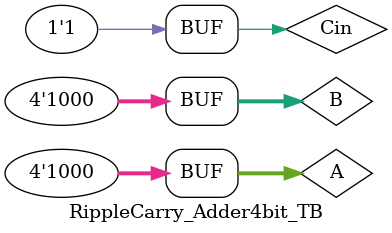
<source format=v>
module RippleCarry_Adder4bit(S,Cout,A,B,Cin);
   input [3:0]A,B;
   input Cin;
   output [3:0]S;
   output Cout;
   wire c0,c1,c2;
  
   Full_Adder G1(.a(A[0]),.b(B[0]),.cin(Cin),.sum(S[0]),.carry(c0));
   Full_Adder G2(.a(A[1]),.b(B[1]),.cin(c0),.sum(S[1]),.carry(c1));
   Full_Adder G3(.a(A[2]),.b(B[2]),.cin(c1),.sum(S[2]),.carry(c2));
   Full_Adder G4(.a(A[3]),.b(B[3]),.cin(c2),.sum(S[3]),.carry(Cout));
endmodule


module RippleCarry_Adder4bit_TB;
  reg [3:0] A, B;
  reg Cin;
  wire [3:0] S;
  wire Cout;

  //  DUT
  RippleCarry_Adder4bit UUT (
    .A(A),
    .B(B),
    .Cin(Cin),
    .S(S),
    .Cout(Cout)
  );

  initial begin
    $display("Time\t A\t B\t Cin | S\t Cout");
    $monitor("%g\t %b\t %b\t %b   | %b\t %b", $time, A, B, Cin, S, Cout);

    A = 4'b0000; B = 4'b0000; Cin = 0; #10;
    A = 4'b0001; B = 4'b0010; Cin = 0; #10;
    A = 4'b0101; B = 4'b0011; Cin = 0; #10;
    A = 4'b0111; B = 4'b0001; Cin = 1; #10;
    A = 4'b1111; B = 4'b1111; Cin = 0; #10;
    A = 4'b1000; B = 4'b1000; Cin = 1; #10;

  end
endmodule

</source>
